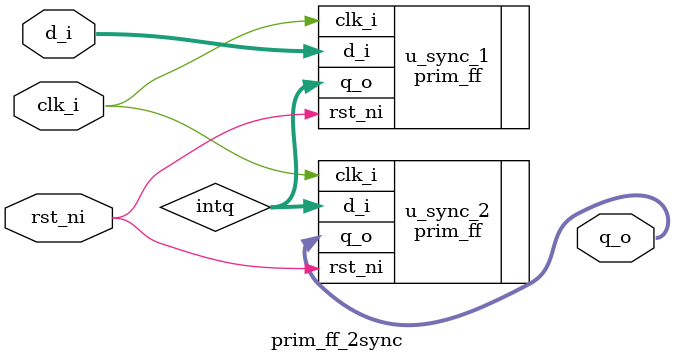
<source format=sv>
module prim_ff_2sync #(
  parameter int               Width      = 16,
  parameter logic [Width-1:0] ResetValue = '0
) (
  input  logic clk_i,
  input  logic rst_ni,
  input  logic [Width-1:0] d_i,
  output logic [Width-1:0] q_o
);

  logic [Width-1:0] d_o;
  logic [Width-1:0] intq;

  prim_ff #(
    .Width(Width),
    .ResetValue(ResetValue)
  ) u_sync_1 (
    .clk_i,
    .rst_ni,
    .d_i(d_i),
    .q_o(intq)
  );

  prim_ff #(
    .Width(Width),
    .ResetValue(ResetValue)
  ) u_sync_2 (
    .clk_i,
    .rst_ni,
    .d_i(intq),
    .q_o
  );

endmodule

</source>
